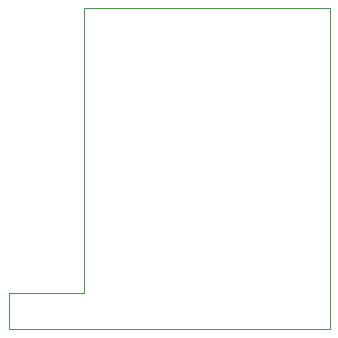
<source format=gm1>
G04 #@! TF.GenerationSoftware,KiCad,Pcbnew,6.0.2+dfsg-1*
G04 #@! TF.CreationDate,2023-09-07T15:13:03+02:00*
G04 #@! TF.ProjectId,flipper_esp32,666c6970-7065-4725-9f65-737033322e6b,rev?*
G04 #@! TF.SameCoordinates,Original*
G04 #@! TF.FileFunction,Profile,NP*
%FSLAX46Y46*%
G04 Gerber Fmt 4.6, Leading zero omitted, Abs format (unit mm)*
G04 Created by KiCad (PCBNEW 6.0.2+dfsg-1) date 2023-09-07 15:13:03*
%MOMM*%
%LPD*%
G01*
G04 APERTURE LIST*
G04 #@! TA.AperFunction,Profile*
%ADD10C,0.100000*%
G04 #@! TD*
G04 APERTURE END LIST*
D10*
X130556000Y-102362000D02*
X151384000Y-102362000D01*
X130556000Y-126492000D02*
X130556000Y-102362000D01*
X124206000Y-126492000D02*
X130556000Y-126492000D01*
X124206000Y-129540000D02*
X124206000Y-126492000D01*
X151384000Y-129540000D02*
X151384000Y-102362000D01*
X151130000Y-129540000D02*
X151384000Y-129540000D01*
X150876000Y-129540000D02*
X151130000Y-129540000D01*
X124206000Y-129540000D02*
X150876000Y-129540000D01*
M02*

</source>
